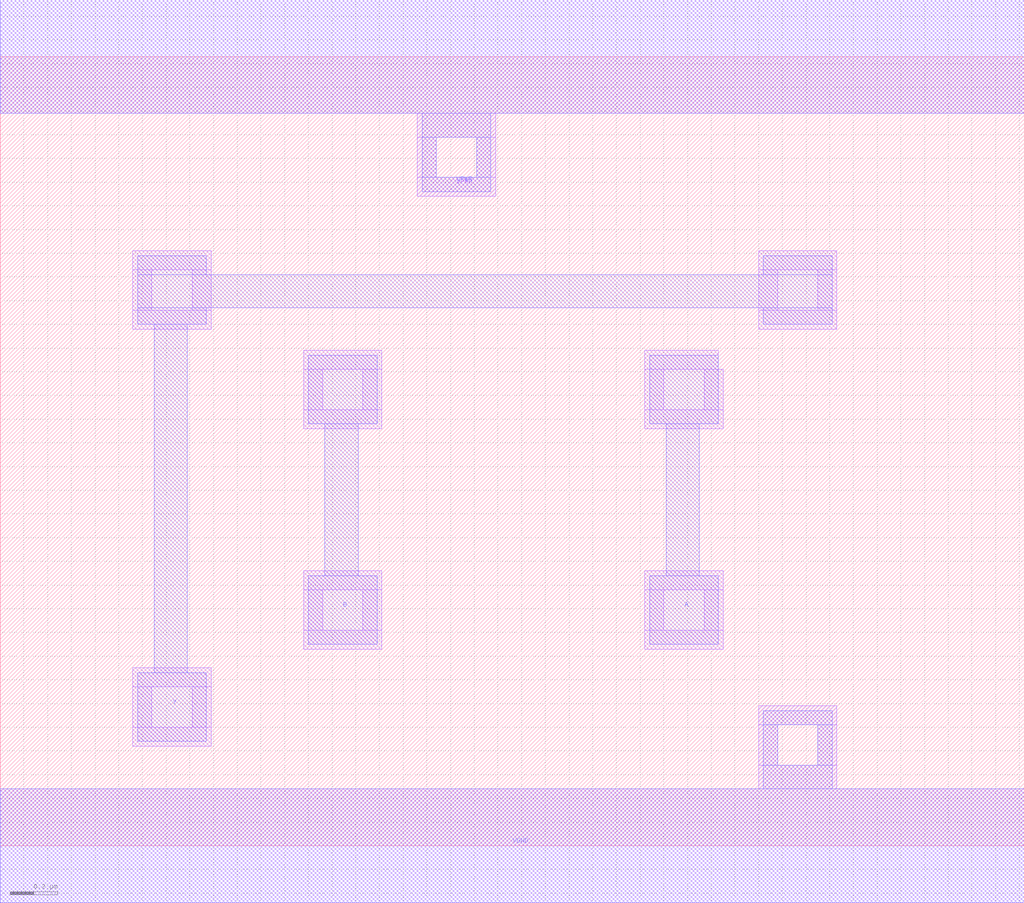
<source format=lef>
VERSION 5.7 ;
  NOWIREEXTENSIONATPIN ON ;
  DIVIDERCHAR "/" ;
  BUSBITCHARS "[]" ;
MACRO NAND2X1
  CLASS CORE ;
  FOREIGN NAND2X1 ;
  ORIGIN 0.000 0.000 ;
  SIZE 4.320 BY 3.330 ;
  SYMMETRY X Y R90 ;
  SITE unit ;
  PIN VPWR
    DIRECTION INOUT ;
    USE POWER ;
    SHAPE ABUTMENT ;
    PORT
      LAYER met1 ;
        RECT 0.000 3.090 4.320 3.570 ;
        RECT 1.780 2.990 2.070 3.090 ;
        RECT 1.780 2.820 1.840 2.990 ;
        RECT 2.010 2.820 2.070 2.990 ;
        RECT 1.780 2.760 2.070 2.820 ;
    END
    PORT
      LAYER li1 ;
        RECT 0.000 3.090 4.320 3.570 ;
        RECT 1.760 2.990 2.090 3.090 ;
        RECT 1.760 2.820 1.840 2.990 ;
        RECT 2.010 2.820 2.090 2.990 ;
        RECT 1.760 2.740 2.090 2.820 ;
    END
  END VPWR
  PIN VGND
    DIRECTION INOUT ;
    USE GROUND ;
    SHAPE ABUTMENT ;
    PORT
      LAYER met1 ;
        RECT 3.220 0.510 3.510 0.570 ;
        RECT 3.220 0.340 3.280 0.510 ;
        RECT 3.450 0.340 3.510 0.510 ;
        RECT 3.220 0.240 3.510 0.340 ;
        RECT 0.000 -0.240 4.320 0.240 ;
    END
    PORT
      LAYER li1 ;
        RECT 3.200 0.510 3.530 0.590 ;
        RECT 3.200 0.340 3.280 0.510 ;
        RECT 3.450 0.340 3.530 0.510 ;
        RECT 3.200 0.240 3.530 0.340 ;
        RECT 0.000 -0.240 4.320 0.240 ;
    END
  END VGND
  PIN Y
    DIRECTION INOUT ;
    USE SIGNAL ;
    SHAPE ABUTMENT ;
    PORT
      LAYER met1 ;
        RECT 0.580 2.410 0.870 2.490 ;
        RECT 3.220 2.410 3.510 2.490 ;
        RECT 0.580 2.270 3.510 2.410 ;
        RECT 0.580 2.200 0.870 2.270 ;
        RECT 3.220 2.200 3.510 2.270 ;
        RECT 0.650 0.730 0.790 2.200 ;
        RECT 0.580 0.440 0.870 0.730 ;
    END
  END Y
  PIN B
    DIRECTION INOUT ;
    USE SIGNAL ;
    SHAPE ABUTMENT ;
    PORT
      LAYER met1 ;
        RECT 1.300 1.780 1.590 2.070 ;
        RECT 1.370 1.140 1.510 1.780 ;
        RECT 1.300 0.850 1.590 1.140 ;
    END
  END B
  PIN A
    DIRECTION INOUT ;
    USE SIGNAL ;
    SHAPE ABUTMENT ;
    PORT
      LAYER met1 ;
        RECT 2.740 1.780 3.030 2.070 ;
        RECT 2.810 1.140 2.950 1.780 ;
        RECT 2.740 0.850 3.030 1.140 ;
    END
  END A
  OBS
      LAYER li1 ;
        RECT 0.560 2.430 0.890 2.510 ;
        RECT 0.560 2.260 0.640 2.430 ;
        RECT 0.810 2.260 0.890 2.430 ;
        RECT 0.560 2.180 0.890 2.260 ;
        RECT 3.200 2.430 3.530 2.510 ;
        RECT 3.200 2.260 3.280 2.430 ;
        RECT 3.450 2.260 3.530 2.430 ;
        RECT 3.200 2.180 3.530 2.260 ;
        RECT 1.280 2.010 1.610 2.090 ;
        RECT 1.280 1.840 1.360 2.010 ;
        RECT 1.530 1.840 1.610 2.010 ;
        RECT 1.280 1.760 1.610 1.840 ;
        RECT 2.720 2.010 3.030 2.090 ;
        RECT 2.720 1.840 2.800 2.010 ;
        RECT 2.970 1.840 3.050 2.010 ;
        RECT 2.720 1.760 3.050 1.840 ;
        RECT 1.280 1.080 1.610 1.160 ;
        RECT 1.280 0.910 1.360 1.080 ;
        RECT 1.530 0.910 1.610 1.080 ;
        RECT 1.280 0.830 1.610 0.910 ;
        RECT 2.720 1.080 3.050 1.160 ;
        RECT 2.720 0.910 2.800 1.080 ;
        RECT 2.970 0.910 3.050 1.080 ;
        RECT 2.720 0.830 3.050 0.910 ;
        RECT 0.560 0.670 0.890 0.750 ;
        RECT 0.560 0.500 0.640 0.670 ;
        RECT 0.810 0.500 0.890 0.670 ;
        RECT 0.560 0.420 0.890 0.500 ;
  END
END NAND2X1
END LIBRARY


</source>
